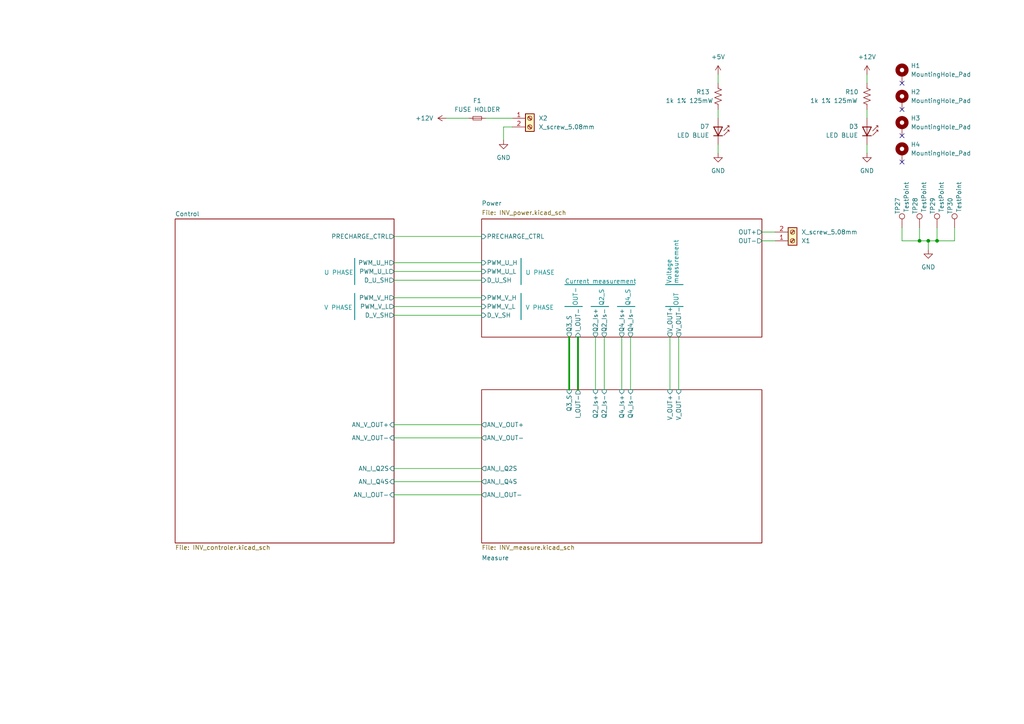
<source format=kicad_sch>
(kicad_sch (version 20230121) (generator eeschema)

  (uuid 614c4278-8ac9-4230-b576-bc8c5f513533)

  (paper "A4")

  (title_block
    (title "SINGLE PHASE INVERTER PROTOTYPE")
    (date "2024-12-20")
    (rev "v1.0")
    (company "rDMA")
    (comment 1 "Designer: Relja Marinkovic")
  )

  (lib_symbols
    (symbol "Mechanical:MountingHole_Pad" (pin_numbers hide) (pin_names (offset 1.016) hide) (in_bom yes) (on_board yes)
      (property "Reference" "H" (at 0 6.35 0)
        (effects (font (size 1.27 1.27)))
      )
      (property "Value" "MountingHole_Pad" (at 0 4.445 0)
        (effects (font (size 1.27 1.27)))
      )
      (property "Footprint" "" (at 0 0 0)
        (effects (font (size 1.27 1.27)) hide)
      )
      (property "Datasheet" "~" (at 0 0 0)
        (effects (font (size 1.27 1.27)) hide)
      )
      (property "ki_keywords" "mounting hole" (at 0 0 0)
        (effects (font (size 1.27 1.27)) hide)
      )
      (property "ki_description" "Mounting Hole with connection" (at 0 0 0)
        (effects (font (size 1.27 1.27)) hide)
      )
      (property "ki_fp_filters" "MountingHole*Pad*" (at 0 0 0)
        (effects (font (size 1.27 1.27)) hide)
      )
      (symbol "MountingHole_Pad_0_1"
        (circle (center 0 1.27) (radius 1.27)
          (stroke (width 1.27) (type default))
          (fill (type none))
        )
      )
      (symbol "MountingHole_Pad_1_1"
        (pin input line (at 0 -2.54 90) (length 2.54)
          (name "1" (effects (font (size 1.27 1.27))))
          (number "1" (effects (font (size 1.27 1.27))))
        )
      )
    )
    (symbol "R_Connectors:Connector_Terminal_Screw_01x02_5.08mm_AK-700BR" (pin_names (offset 1.016) hide) (in_bom yes) (on_board yes)
      (property "Reference" "X" (at 0 2.54 0)
        (effects (font (size 1.27 1.27)))
      )
      (property "Value" "X_screw_5.08mm" (at 0 -5.08 0)
        (effects (font (size 1.27 1.27)))
      )
      (property "Footprint" "TerminalBlock_Phoenix:TerminalBlock_Phoenix_MKDS-1,5-2-5.08_1x02_P5.08mm_Horizontal" (at 0.254 16.256 0)
        (effects (font (size 1.27 1.27)) hide)
      )
      (property "Datasheet" "https://kelco.rs/katalog/images/AK700.pdf" (at 1.27 10.668 0)
        (effects (font (size 1.27 1.27)) hide)
      )
      (property "Manufacturer" "PTR" (at 18.034 22.352 0)
        (effects (font (size 1.27 1.27)) hide)
      )
      (property "Manufacturer Part Number" "AK 700-BR" (at 1.524 17.526 0)
        (effects (font (size 1.27 1.27)) hide)
      )
      (property "Supplier 1" "Kelco" (at -5.334 21.082 0)
        (effects (font (size 1.27 1.27)) hide)
      )
      (property "Supplier 1 Order Number" "13514" (at 2.286 20.574 0)
        (effects (font (size 1.27 1.27)) hide)
      )
      (property "Supplier 1 Link" "https://kelco.rs/katalog/detalji.php?ID=13514" (at -0.508 7.112 0)
        (effects (font (size 1.27 1.27)) hide)
      )
      (property "Supplier 2" "" (at 0 0 0)
        (effects (font (size 1.27 1.27)) hide)
      )
      (property "Supplier 2 Order Number" "" (at 0 0 0)
        (effects (font (size 1.27 1.27)) hide)
      )
      (property "Supplier 2 Link" "" (at 0 0 0)
        (effects (font (size 1.27 1.27)) hide)
      )
      (property "Connector type" "Screw terminal block" (at 0.508 13.462 0)
        (effects (font (size 1.27 1.27)) hide)
      )
      (property "Pinout" "01x02" (at 9.398 20.066 0)
        (effects (font (size 1.27 1.27)) hide)
      )
      (property "Pitch" "5.08mm" (at 8.382 24.13 0)
        (effects (font (size 1.27 1.27)) hide)
      )
      (property "Temperature Range" "n/a" (at 25.146 22.606 0)
        (effects (font (size 1.27 1.27)) hide)
      )
      (property "Screw Torque" "0.5Nm" (at 0.254 23.876 0)
        (effects (font (size 1.27 1.27)) hide)
      )
      (property "ki_keywords" "screw terminal block" (at 0 0 0)
        (effects (font (size 1.27 1.27)) hide)
      )
      (property "ki_description" "Generic screw terminal block, single row, 01x02, 5.08mm" (at 0 0 0)
        (effects (font (size 1.27 1.27)) hide)
      )
      (property "ki_fp_filters" "TerminalBlock*:*" (at 0 0 0)
        (effects (font (size 1.27 1.27)) hide)
      )
      (symbol "Connector_Terminal_Screw_01x02_5.08mm_AK-700BR_1_1"
        (rectangle (start -1.27 1.27) (end 1.27 -3.81)
          (stroke (width 0.254) (type default))
          (fill (type background))
        )
        (circle (center 0 -2.54) (radius 0.635)
          (stroke (width 0.1524) (type default))
          (fill (type none))
        )
        (polyline
          (pts
            (xy -0.5334 -2.2098)
            (xy 0.3302 -3.048)
          )
          (stroke (width 0.1524) (type default))
          (fill (type none))
        )
        (polyline
          (pts
            (xy -0.5334 0.3302)
            (xy 0.3302 -0.508)
          )
          (stroke (width 0.1524) (type default))
          (fill (type none))
        )
        (polyline
          (pts
            (xy -0.3556 -2.032)
            (xy 0.508 -2.8702)
          )
          (stroke (width 0.1524) (type default))
          (fill (type none))
        )
        (polyline
          (pts
            (xy -0.3556 0.508)
            (xy 0.508 -0.3302)
          )
          (stroke (width 0.1524) (type default))
          (fill (type none))
        )
        (circle (center 0 0) (radius 0.635)
          (stroke (width 0.1524) (type default))
          (fill (type none))
        )
        (pin passive line (at -5.08 0 0) (length 3.81)
          (name "Pin_1" (effects (font (size 1.27 1.27))))
          (number "1" (effects (font (size 1.27 1.27))))
        )
        (pin passive line (at -5.08 -2.54 0) (length 3.81)
          (name "Pin_2" (effects (font (size 1.27 1.27))))
          (number "2" (effects (font (size 1.27 1.27))))
        )
      )
    )
    (symbol "R_Misc:Fuse_holder_clip" (pin_numbers hide) (pin_names (offset 0.254) hide) (in_bom yes) (on_board yes)
      (property "Reference" "F" (at -0.508 1.524 0)
        (effects (font (size 1.27 1.27)))
      )
      (property "Value" "FUSE HOLDER" (at 0.508 -2.286 0)
        (effects (font (size 1.27 1.27)))
      )
      (property "Footprint" "Fuse:Fuseholder_Clip-5x20mm_Littelfuse_100_Inline_P20.50x4.60mm_D1.30mm_Horizontal" (at 0 15.24 0)
        (effects (font (size 1.27 1.27)) hide)
      )
      (property "Datasheet" "" (at -2.286 12.446 0)
        (effects (font (size 1.27 1.27)) hide)
      )
      (property "Manufacturer" "" (at 0.762 19.304 0)
        (effects (font (size 1.27 1.27)) hide)
      )
      (property "Manufacturer Part Number" "SHH2" (at 11.684 7.874 0)
        (effects (font (size 1.27 1.27)) hide)
      )
      (property "Supplier 1" "Kelco" (at -13.97 5.588 0)
        (effects (font (size 1.27 1.27)) hide)
      )
      (property "Supplier 1 Part Number" "6968" (at -1.27 5.588 0)
        (effects (font (size 1.27 1.27)) hide)
      )
      (property "Supplier 1 Link" "https://kelco.rs/katalog/detalji.php?ID=6968" (at 16.51 11.43 0)
        (effects (font (size 1.27 1.27)) hide)
      )
      (property "Supplier 2" "" (at 0 0 0)
        (effects (font (size 1.27 1.27)) hide)
      )
      (property "Supplier 2 Part Number" "" (at 0 0 0)
        (effects (font (size 1.27 1.27)) hide)
      )
      (property "Supplier 2 Link" "" (at 0 0 0)
        (effects (font (size 1.27 1.27)) hide)
      )
      (property "Fuse size" "20x5mm" (at -1.016 7.62 0)
        (effects (font (size 1.27 1.27)) hide)
      )
      (property "ki_keywords" "fuse holder" (at 0 0 0)
        (effects (font (size 1.27 1.27)) hide)
      )
      (property "ki_description" "Fuse holder horizontal open" (at 0 0 0)
        (effects (font (size 1.27 1.27)) hide)
      )
      (property "ki_fp_filters" "*Fuse*" (at 0 0 0)
        (effects (font (size 1.27 1.27)) hide)
      )
      (symbol "Fuse_holder_clip_0_1"
        (rectangle (start -1.27 0.508) (end 1.27 -0.508)
          (stroke (width 0) (type default))
          (fill (type none))
        )
        (polyline
          (pts
            (xy -1.27 0)
            (xy 1.27 0)
          )
          (stroke (width 0) (type default))
          (fill (type none))
        )
      )
      (symbol "Fuse_holder_clip_1_1"
        (pin passive line (at -2.54 0 0) (length 1.27)
          (name "~" (effects (font (size 1.27 1.27))))
          (number "1" (effects (font (size 1.27 1.27))))
        )
        (pin passive line (at 2.54 0 180) (length 1.27)
          (name "~" (effects (font (size 1.27 1.27))))
          (number "2" (effects (font (size 1.27 1.27))))
        )
      )
    )
    (symbol "R_Resistors:RES_1k_1%_0805" (pin_numbers hide) (pin_names (offset 0)) (in_bom yes) (on_board yes)
      (property "Reference" "R" (at 3.048 33.528 90)
        (effects (font (size 1.27 1.27)))
      )
      (property "Value" "1k 1% 125mW" (at -2.54 0 90)
        (effects (font (size 1.27 1.27)))
      )
      (property "Footprint" "Resistor_SMD:R_0805_2012Metric_Pad1.20x1.40mm_HandSolder" (at 1.27 18.542 0)
        (effects (font (size 1.27 1.27)) hide)
      )
      (property "Datasheet" "" (at 4.318 21.59 0)
        (effects (font (size 1.27 1.27)) hide)
      )
      (property "Manufacturer" "" (at 12.954 12.954 0)
        (effects (font (size 1.27 1.27)) hide)
      )
      (property "Manufacturer Part Number" "" (at 13.716 5.842 0)
        (effects (font (size 1.27 1.27)) hide)
      )
      (property "Supplier 1" "Kelco" (at 12.7 8.128 0)
        (effects (font (size 1.27 1.27)) hide)
      )
      (property "Supplier 1 Part Number" "10676" (at 13.462 10.414 0)
        (effects (font (size 1.27 1.27)) hide)
      )
      (property "Supplier 1 Link" "https://kelco.rs/katalog/detalji.php?ID=10676" (at 0.508 33.528 0)
        (effects (font (size 1.27 1.27)) hide)
      )
      (property "Supplier 2" "" (at 0.508 33.528 0)
        (effects (font (size 1.27 1.27)) hide)
      )
      (property "Supplier 2 Part Number" "" (at 0.508 33.528 0)
        (effects (font (size 1.27 1.27)) hide)
      )
      (property "Supplier 2 Link" "" (at 0.508 33.528 0)
        (effects (font (size 1.27 1.27)) hide)
      )
      (property "Resistance" "1k" (at 12.446 3.556 0)
        (effects (font (size 1.27 1.27)) hide)
      )
      (property "Tolerance" "1%" (at 12.446 1.778 0)
        (effects (font (size 1.27 1.27)) hide)
      )
      (property "Package" "0805" (at 12.446 -0.508 0)
        (effects (font (size 1.27 1.27)) hide)
      )
      (property "Operating Temperature" "-55°C ~ 155°C" (at -1.016 16.256 0)
        (effects (font (size 1.27 1.27)) hide)
      )
      (property "Power Rating" "125mW" (at 12.192 -2.54 0)
        (effects (font (size 1.27 1.27)) hide)
      )
      (property "ki_keywords" "R res resistor 1k 0805" (at 0 0 0)
        (effects (font (size 1.27 1.27)) hide)
      )
      (property "ki_description" "Resistor 1k Ohm 1% 125mW 0805" (at 0 0 0)
        (effects (font (size 1.27 1.27)) hide)
      )
      (property "ki_fp_filters" "R_*" (at 0 0 0)
        (effects (font (size 1.27 1.27)) hide)
      )
      (symbol "RES_1k_1%_0805_0_1"
        (polyline
          (pts
            (xy 0 -2.286)
            (xy 0 -2.54)
          )
          (stroke (width 0) (type default))
          (fill (type none))
        )
        (polyline
          (pts
            (xy 0 2.286)
            (xy 0 2.54)
          )
          (stroke (width 0) (type default))
          (fill (type none))
        )
        (polyline
          (pts
            (xy 0 -0.762)
            (xy 1.016 -1.143)
            (xy 0 -1.524)
            (xy -1.016 -1.905)
            (xy 0 -2.286)
          )
          (stroke (width 0) (type default))
          (fill (type none))
        )
        (polyline
          (pts
            (xy 0 0.762)
            (xy 1.016 0.381)
            (xy 0 0)
            (xy -1.016 -0.381)
            (xy 0 -0.762)
          )
          (stroke (width 0) (type default))
          (fill (type none))
        )
        (polyline
          (pts
            (xy 0 2.286)
            (xy 1.016 1.905)
            (xy 0 1.524)
            (xy -1.016 1.143)
            (xy 0 0.762)
          )
          (stroke (width 0) (type default))
          (fill (type none))
        )
      )
      (symbol "RES_1k_1%_0805_1_1"
        (pin passive line (at 0 3.81 270) (length 1.27)
          (name "~" (effects (font (size 1.27 1.27))))
          (number "1" (effects (font (size 1.27 1.27))))
        )
        (pin passive line (at 0 -3.81 90) (length 1.27)
          (name "~" (effects (font (size 1.27 1.27))))
          (number "2" (effects (font (size 1.27 1.27))))
        )
      )
    )
    (symbol "R_Semiconductors:LED BLUE 0805" (pin_numbers hide) (pin_names (offset 1.016) hide) (in_bom yes) (on_board yes)
      (property "Reference" "D" (at 0.508 1.778 0)
        (effects (font (size 1.27 1.27)) (justify left))
      )
      (property "Value" "LED BLUE" (at -1.016 -2.794 0)
        (effects (font (size 1.27 1.27)))
      )
      (property "Footprint" "LED_SMD:LED_0805_2012Metric_Pad1.15x1.40mm_HandSolder" (at 1.524 11.176 0)
        (effects (font (size 1.27 1.27)) hide)
      )
      (property "Datasheet" "" (at -3.81 16.256 0)
        (effects (font (size 1.27 1.27)) hide)
      )
      (property "Manufacturer" "" (at -0.508 25.146 0)
        (effects (font (size 1.27 1.27)) hide)
      )
      (property "Manufacturer Part Number" "" (at -1.524 21.082 0)
        (effects (font (size 1.27 1.27)) hide)
      )
      (property "Supplier 1" "Kelco" (at 6.096 34.29 0)
        (effects (font (size 1.27 1.27)) hide)
      )
      (property "Supplier 1 Part Number" "17597" (at -2.032 28.448 0)
        (effects (font (size 1.27 1.27)) hide)
      )
      (property "Supplier 1 Link" "https://kelco.rs/katalog/detalji.php?ID=17597" (at 1.27 7.62 0)
        (effects (font (size 1.27 1.27)) hide)
      )
      (property "Supplier 2" "" (at 0 0 0)
        (effects (font (size 1.27 1.27)) hide)
      )
      (property "Supplier 2 Part Number" "" (at 0 0 0)
        (effects (font (size 1.27 1.27)) hide)
      )
      (property "Supplier 2 Link" "" (at 0 0 0)
        (effects (font (size 1.27 1.27)) hide)
      )
      (property "Forward Voltage" "2.8V" (at 19.558 20.828 0)
        (effects (font (size 1.27 1.27)) hide)
      )
      (property "Forward Current" "20mA" (at -1.778 30.988 0)
        (effects (font (size 1.27 1.27)) hide)
      )
      (property "Color" "Green" (at 23.114 24.638 0)
        (effects (font (size 1.27 1.27)) hide)
      )
      (property "Brightness" "40mcd" (at 17.526 35.56 0)
        (effects (font (size 1.27 1.27)) hide)
      )
      (property "Viewing Angle" "120°" (at -14.986 22.86 0)
        (effects (font (size 1.27 1.27)) hide)
      )
      (property "Wavelength" "465nm" (at 13.208 23.876 0)
        (effects (font (size 1.27 1.27)) hide)
      )
      (property "Operating Temperature" "-40°C ~ 85°C" (at 5.588 18.542 0)
        (effects (font (size 1.27 1.27)) hide)
      )
      (property "Package" "0805" (at 14.478 28.448 0)
        (effects (font (size 1.27 1.27)) hide)
      )
      (property "ki_keywords" "led green" (at 0 0 0)
        (effects (font (size 1.27 1.27)) hide)
      )
      (property "ki_description" "LED Green 465nm 20mA 2.8V 0805" (at 0 0 0)
        (effects (font (size 1.27 1.27)) hide)
      )
      (property "ki_fp_filters" "LED*5.0mm*IRGrey*" (at 0 0 0)
        (effects (font (size 1.27 1.27)) hide)
      )
      (symbol "LED BLUE 0805_0_1"
        (polyline
          (pts
            (xy -2.54 1.27)
            (xy -2.54 -1.27)
          )
          (stroke (width 0.254) (type default))
          (fill (type none))
        )
        (polyline
          (pts
            (xy 0 0)
            (xy -2.54 0)
          )
          (stroke (width 0) (type default))
          (fill (type none))
        )
        (polyline
          (pts
            (xy 0.381 3.175)
            (xy -0.127 3.175)
          )
          (stroke (width 0) (type default))
          (fill (type none))
        )
        (polyline
          (pts
            (xy -1.143 1.651)
            (xy 0.381 3.175)
            (xy 0.381 2.667)
          )
          (stroke (width 0) (type default))
          (fill (type none))
        )
        (polyline
          (pts
            (xy 0 -1.27)
            (xy -2.54 0)
            (xy 0 1.27)
            (xy 0 -1.27)
          )
          (stroke (width 0.254) (type default))
          (fill (type none))
        )
        (polyline
          (pts
            (xy -2.413 1.651)
            (xy -0.889 3.175)
            (xy -0.889 2.667)
            (xy -0.889 3.175)
            (xy -1.397 3.175)
          )
          (stroke (width 0) (type default))
          (fill (type none))
        )
      )
      (symbol "LED BLUE 0805_1_1"
        (pin passive line (at -5.08 0 0) (length 2.54)
          (name "K" (effects (font (size 1.27 1.27))))
          (number "1" (effects (font (size 1.27 1.27))))
        )
        (pin passive line (at 2.54 0 180) (length 2.54)
          (name "A" (effects (font (size 1.27 1.27))))
          (number "2" (effects (font (size 1.27 1.27))))
        )
      )
    )
    (symbol "TestPoint_3" (pin_numbers hide) (pin_names (offset 0.762) hide) (in_bom yes) (on_board yes)
      (property "Reference" "TP" (at 0 6.858 0)
        (effects (font (size 1.27 1.27)))
      )
      (property "Value" "TestPoint" (at 0 5.08 0)
        (effects (font (size 1.27 1.27)))
      )
      (property "Footprint" "TestPoint:TestPoint_THTPad_1.0x1.0mm_Drill0.5mm" (at 5.08 0 0)
        (effects (font (size 1.27 1.27)) hide)
      )
      (property "Datasheet" "~" (at 5.08 0 0)
        (effects (font (size 1.27 1.27)) hide)
      )
      (property "ki_keywords" "test point tp" (at 0 0 0)
        (effects (font (size 1.27 1.27)) hide)
      )
      (property "ki_description" "test point" (at 0 0 0)
        (effects (font (size 1.27 1.27)) hide)
      )
      (property "ki_fp_filters" "Pin* Test*" (at 0 0 0)
        (effects (font (size 1.27 1.27)) hide)
      )
      (symbol "TestPoint_3_0_1"
        (circle (center 0 3.302) (radius 0.762)
          (stroke (width 0) (type default))
          (fill (type none))
        )
      )
      (symbol "TestPoint_3_1_1"
        (pin passive line (at 0 0 90) (length 2.54)
          (name "1" (effects (font (size 1.27 1.27))))
          (number "1" (effects (font (size 1.27 1.27))))
        )
      )
    )
    (symbol "power:+12V" (power) (pin_names (offset 0)) (in_bom yes) (on_board yes)
      (property "Reference" "#PWR" (at 0 -3.81 0)
        (effects (font (size 1.27 1.27)) hide)
      )
      (property "Value" "+12V" (at 0 3.556 0)
        (effects (font (size 1.27 1.27)))
      )
      (property "Footprint" "" (at 0 0 0)
        (effects (font (size 1.27 1.27)) hide)
      )
      (property "Datasheet" "" (at 0 0 0)
        (effects (font (size 1.27 1.27)) hide)
      )
      (property "ki_keywords" "global power" (at 0 0 0)
        (effects (font (size 1.27 1.27)) hide)
      )
      (property "ki_description" "Power symbol creates a global label with name \"+12V\"" (at 0 0 0)
        (effects (font (size 1.27 1.27)) hide)
      )
      (symbol "+12V_0_1"
        (polyline
          (pts
            (xy -0.762 1.27)
            (xy 0 2.54)
          )
          (stroke (width 0) (type default))
          (fill (type none))
        )
        (polyline
          (pts
            (xy 0 0)
            (xy 0 2.54)
          )
          (stroke (width 0) (type default))
          (fill (type none))
        )
        (polyline
          (pts
            (xy 0 2.54)
            (xy 0.762 1.27)
          )
          (stroke (width 0) (type default))
          (fill (type none))
        )
      )
      (symbol "+12V_1_1"
        (pin power_in line (at 0 0 90) (length 0) hide
          (name "+12V" (effects (font (size 1.27 1.27))))
          (number "1" (effects (font (size 1.27 1.27))))
        )
      )
    )
    (symbol "power:+5V" (power) (pin_names (offset 0)) (in_bom yes) (on_board yes)
      (property "Reference" "#PWR" (at 0 -3.81 0)
        (effects (font (size 1.27 1.27)) hide)
      )
      (property "Value" "+5V" (at 0 3.556 0)
        (effects (font (size 1.27 1.27)))
      )
      (property "Footprint" "" (at 0 0 0)
        (effects (font (size 1.27 1.27)) hide)
      )
      (property "Datasheet" "" (at 0 0 0)
        (effects (font (size 1.27 1.27)) hide)
      )
      (property "ki_keywords" "global power" (at 0 0 0)
        (effects (font (size 1.27 1.27)) hide)
      )
      (property "ki_description" "Power symbol creates a global label with name \"+5V\"" (at 0 0 0)
        (effects (font (size 1.27 1.27)) hide)
      )
      (symbol "+5V_0_1"
        (polyline
          (pts
            (xy -0.762 1.27)
            (xy 0 2.54)
          )
          (stroke (width 0) (type default))
          (fill (type none))
        )
        (polyline
          (pts
            (xy 0 0)
            (xy 0 2.54)
          )
          (stroke (width 0) (type default))
          (fill (type none))
        )
        (polyline
          (pts
            (xy 0 2.54)
            (xy 0.762 1.27)
          )
          (stroke (width 0) (type default))
          (fill (type none))
        )
      )
      (symbol "+5V_1_1"
        (pin power_in line (at 0 0 90) (length 0) hide
          (name "+5V" (effects (font (size 1.27 1.27))))
          (number "1" (effects (font (size 1.27 1.27))))
        )
      )
    )
    (symbol "power:GND" (power) (pin_names (offset 0)) (in_bom yes) (on_board yes)
      (property "Reference" "#PWR" (at 0 -6.35 0)
        (effects (font (size 1.27 1.27)) hide)
      )
      (property "Value" "GND" (at 0 -3.81 0)
        (effects (font (size 1.27 1.27)))
      )
      (property "Footprint" "" (at 0 0 0)
        (effects (font (size 1.27 1.27)) hide)
      )
      (property "Datasheet" "" (at 0 0 0)
        (effects (font (size 1.27 1.27)) hide)
      )
      (property "ki_keywords" "global power" (at 0 0 0)
        (effects (font (size 1.27 1.27)) hide)
      )
      (property "ki_description" "Power symbol creates a global label with name \"GND\" , ground" (at 0 0 0)
        (effects (font (size 1.27 1.27)) hide)
      )
      (symbol "GND_0_1"
        (polyline
          (pts
            (xy 0 0)
            (xy 0 -1.27)
            (xy 1.27 -1.27)
            (xy 0 -2.54)
            (xy -1.27 -1.27)
            (xy 0 -1.27)
          )
          (stroke (width 0) (type default))
          (fill (type none))
        )
      )
      (symbol "GND_1_1"
        (pin power_in line (at 0 0 270) (length 0) hide
          (name "GND" (effects (font (size 1.27 1.27))))
          (number "1" (effects (font (size 1.27 1.27))))
        )
      )
    )
  )

  (junction (at 266.7 69.85) (diameter 0) (color 0 0 0 0)
    (uuid 50e170d2-2082-4bcd-adf4-d9fa38c5bfec)
  )
  (junction (at 269.24 69.85) (diameter 0) (color 0 0 0 0)
    (uuid 55fc0ac2-4109-4c22-ab95-541cece875c3)
  )
  (junction (at 271.78 69.85) (diameter 0) (color 0 0 0 0)
    (uuid b159e8f2-a0cb-4284-9109-988d959cec4f)
  )

  (no_connect (at 261.62 24.13) (uuid 06bad96e-12be-46a9-8c0a-98a20b670ef8))
  (no_connect (at 261.62 39.37) (uuid 0be521c1-f448-44a1-9b04-84b288d713b6))
  (no_connect (at 261.62 46.99) (uuid 34f2490b-0168-4606-93f3-0b39a36f3be7))
  (no_connect (at 261.62 31.75) (uuid 6a3c4f75-e69d-40e1-8ab2-19e698571947))

  (wire (pts (xy 172.72 97.79) (xy 172.72 113.03))
    (stroke (width 0) (type default))
    (uuid 06862cc2-40c9-4d9c-bad2-84f4e09a6209)
  )
  (wire (pts (xy 251.46 41.91) (xy 251.46 44.45))
    (stroke (width 0) (type default))
    (uuid 0ab6a791-e8de-41e1-a21f-169df790220e)
  )
  (wire (pts (xy 220.98 67.31) (xy 224.79 67.31))
    (stroke (width 0) (type default))
    (uuid 1734de72-5b1f-4de7-ad3d-78b217a76403)
  )
  (wire (pts (xy 148.59 36.83) (xy 146.05 36.83))
    (stroke (width 0) (type default))
    (uuid 1ea9ce8a-0b5d-486a-970f-4a96c90aa7e8)
  )
  (wire (pts (xy 266.7 66.04) (xy 266.7 69.85))
    (stroke (width 0) (type default))
    (uuid 23884bcf-f2c2-4670-8792-42b580319b6d)
  )
  (polyline (pts (xy 102.87 85.09) (xy 102.87 92.71))
    (stroke (width 0.254) (type default) (color 0 132 132 1))
    (uuid 28a03025-bd7d-4a0a-9d8b-328072eae27a)
  )

  (wire (pts (xy 114.3 68.58) (xy 139.7 68.58))
    (stroke (width 0) (type default))
    (uuid 2cbfdcad-a028-46f0-bf3c-f9b9b7e24913)
  )
  (wire (pts (xy 129.54 34.29) (xy 135.89 34.29))
    (stroke (width 0) (type default))
    (uuid 2fa296bd-f81b-4200-afe0-1e70b8741685)
  )
  (wire (pts (xy 114.3 81.28) (xy 139.7 81.28))
    (stroke (width 0) (type default))
    (uuid 359279ed-cee3-4b93-98a9-d537660404de)
  )
  (wire (pts (xy 114.3 78.74) (xy 139.7 78.74))
    (stroke (width 0) (type default))
    (uuid 3829c171-2102-4b46-aa4a-e9a29d77d066)
  )
  (wire (pts (xy 114.3 91.44) (xy 139.7 91.44))
    (stroke (width 0) (type default))
    (uuid 392eedd4-b099-460f-8c82-b2eb85a7ccba)
  )
  (polyline (pts (xy 163.83 88.9) (xy 168.91 88.9))
    (stroke (width 0.254) (type default) (color 0 132 132 1))
    (uuid 3d842065-9dbf-43c1-b3f6-7e49690615b0)
  )

  (wire (pts (xy 196.85 97.79) (xy 196.85 113.03))
    (stroke (width 0) (type default))
    (uuid 3dfaec1c-e331-44f6-8413-318387018f3b)
  )
  (wire (pts (xy 140.97 34.29) (xy 148.59 34.29))
    (stroke (width 0) (type default))
    (uuid 4535483c-9c76-4a59-b188-6c98578b9cac)
  )
  (wire (pts (xy 114.3 88.9) (xy 139.7 88.9))
    (stroke (width 0) (type default))
    (uuid 4b475112-dffc-49e3-8681-dbec6cb550a0)
  )
  (wire (pts (xy 114.3 76.2) (xy 139.7 76.2))
    (stroke (width 0) (type default))
    (uuid 4d5727cc-5d59-4a35-8313-ba7c0ccd6d73)
  )
  (wire (pts (xy 114.3 123.19) (xy 139.7 123.19))
    (stroke (width 0) (type default))
    (uuid 4fde8207-7a90-42bb-bbd9-ac27fb347b36)
  )
  (wire (pts (xy 208.28 21.59) (xy 208.28 24.13))
    (stroke (width 0) (type default))
    (uuid 5279a3dd-268f-4658-a3f8-bbea33c5614a)
  )
  (wire (pts (xy 165.1 97.79) (xy 165.1 113.03))
    (stroke (width 0.5) (type default))
    (uuid 5443b901-a226-4c1c-a052-6b7156d65f2b)
  )
  (wire (pts (xy 251.46 21.59) (xy 251.46 24.13))
    (stroke (width 0) (type default))
    (uuid 631b0bc3-f0c7-4761-9274-383be9c497e2)
  )
  (wire (pts (xy 271.78 69.85) (xy 276.86 69.85))
    (stroke (width 0) (type default))
    (uuid 64259af7-e973-453a-9655-2e6222fdc592)
  )
  (polyline (pts (xy 193.04 88.9) (xy 198.12 88.9))
    (stroke (width 0.254) (type default) (color 0 132 132 1))
    (uuid 67bf3d93-b159-4e13-9c95-95433227b0c7)
  )

  (wire (pts (xy 208.28 31.75) (xy 208.28 34.29))
    (stroke (width 0) (type default))
    (uuid 68a20dba-6648-40e9-836e-78b6cf2b231c)
  )
  (wire (pts (xy 269.24 69.85) (xy 271.78 69.85))
    (stroke (width 0) (type default))
    (uuid 6b43a6b5-0dc3-4918-bf0d-c97f1db8aba6)
  )
  (wire (pts (xy 180.34 97.79) (xy 180.34 113.03))
    (stroke (width 0) (type default))
    (uuid 7069a2fc-f5da-4c04-b9f5-15095c0c2e7b)
  )
  (wire (pts (xy 208.28 41.91) (xy 208.28 44.45))
    (stroke (width 0) (type default))
    (uuid 71977931-b787-4023-a0b9-ba01b0bcb7a2)
  )
  (polyline (pts (xy 163.83 82.55) (xy 184.15 82.55))
    (stroke (width 0.254) (type default) (color 0 132 132 1))
    (uuid 7348acd5-69d0-46a1-be76-687fd28be1dd)
  )

  (wire (pts (xy 261.62 69.85) (xy 266.7 69.85))
    (stroke (width 0) (type default))
    (uuid 8b9398a9-da6b-482c-89e5-e8ac92da0c19)
  )
  (polyline (pts (xy 171.45 88.9) (xy 176.53 88.9))
    (stroke (width 0.254) (type default) (color 0 132 132 1))
    (uuid 8d457871-5431-4223-b33e-9746188504be)
  )

  (wire (pts (xy 114.3 127) (xy 139.7 127))
    (stroke (width 0) (type default))
    (uuid 8e4ee163-c290-4f39-a3aa-d15428ecc798)
  )
  (wire (pts (xy 251.46 31.75) (xy 251.46 34.29))
    (stroke (width 0) (type default))
    (uuid 914c3e62-63af-4d09-b972-4b9c22f8356c)
  )
  (wire (pts (xy 194.31 97.79) (xy 194.31 113.03))
    (stroke (width 0) (type default))
    (uuid 98bacf3d-3a14-4366-843e-219895c6674a)
  )
  (wire (pts (xy 114.3 86.36) (xy 139.7 86.36))
    (stroke (width 0) (type default))
    (uuid 9a3f56ce-a4c0-43de-8fe1-d16a3df0db7c)
  )
  (wire (pts (xy 114.3 135.89) (xy 139.7 135.89))
    (stroke (width 0) (type default))
    (uuid 9e02bbdf-dbfb-4b54-a1b1-ca8f7c15d30f)
  )
  (wire (pts (xy 167.64 97.79) (xy 167.64 113.03))
    (stroke (width 0.5) (type default))
    (uuid a16f13c7-0184-41bc-87f1-4e258d5e9be2)
  )
  (wire (pts (xy 175.26 97.79) (xy 175.26 113.03))
    (stroke (width 0) (type default))
    (uuid a5a85c6f-5e81-47a6-a2ad-fa949dc52003)
  )
  (wire (pts (xy 220.98 69.85) (xy 224.79 69.85))
    (stroke (width 0) (type default))
    (uuid a7e9bcab-af60-4135-b2ae-53c0596b7fd2)
  )
  (wire (pts (xy 146.05 36.83) (xy 146.05 40.64))
    (stroke (width 0) (type default))
    (uuid a8ace44a-d6e7-4b2a-b2dc-70a66be8aad9)
  )
  (polyline (pts (xy 179.07 88.9) (xy 184.15 88.9))
    (stroke (width 0.254) (type default) (color 0 132 132 1))
    (uuid ad9c9988-715a-4dc4-9b4f-af5662eeee87)
  )

  (wire (pts (xy 269.24 69.85) (xy 269.24 72.39))
    (stroke (width 0) (type default))
    (uuid b9cff824-cc18-4902-b7e1-f5ec5efdb13b)
  )
  (wire (pts (xy 276.86 69.85) (xy 276.86 66.04))
    (stroke (width 0) (type default))
    (uuid ba2e0c34-acf1-4fd7-a615-1bea1ef903f9)
  )
  (wire (pts (xy 182.88 97.79) (xy 182.88 113.03))
    (stroke (width 0) (type default))
    (uuid d04bf5a4-6083-4b79-83f7-e9480d224a2c)
  )
  (wire (pts (xy 266.7 69.85) (xy 269.24 69.85))
    (stroke (width 0) (type default))
    (uuid d321e9b5-6b7b-46be-971a-19fc6fd17a92)
  )
  (wire (pts (xy 114.3 143.51) (xy 139.7 143.51))
    (stroke (width 0) (type default))
    (uuid d9a747db-7461-4e89-a44e-104cb3e114ca)
  )
  (wire (pts (xy 271.78 66.04) (xy 271.78 69.85))
    (stroke (width 0) (type default))
    (uuid da2d66a5-d2ae-4f89-a41d-5f7cfb8bc892)
  )
  (polyline (pts (xy 102.87 74.93) (xy 102.87 82.55))
    (stroke (width 0.254) (type default) (color 0 132 132 1))
    (uuid dc399402-c32e-4435-9d34-af560252474b)
  )
  (polyline (pts (xy 193.04 82.55) (xy 198.12 82.55))
    (stroke (width 0.254) (type default) (color 0 132 132 1))
    (uuid ed1075d3-1600-479f-b869-d21ba57a684e)
  )

  (wire (pts (xy 261.62 66.04) (xy 261.62 69.85))
    (stroke (width 0) (type default))
    (uuid f67eb034-2815-4f04-8990-1d3279e0fee4)
  )
  (wire (pts (xy 114.3 139.7) (xy 139.7 139.7))
    (stroke (width 0) (type default))
    (uuid f8f460a1-b5fc-4224-ab1c-cd2a3aa9849f)
  )
  (polyline (pts (xy 151.13 74.93) (xy 151.13 82.55))
    (stroke (width 0.254) (type default) (color 0 132 132 1))
    (uuid fdc278ce-2731-4f2a-bf11-ccb2d838e4d5)
  )
  (polyline (pts (xy 151.13 85.09) (xy 151.13 92.71))
    (stroke (width 0.254) (type default) (color 0 132 132 1))
    (uuid ffd518b4-6ba9-417b-b9e8-42c3d4256822)
  )

  (text "V PHASE" (at 93.98 90.17 0)
    (effects (font (size 1.27 1.27) (color 0 132 132 1)) (justify left bottom))
    (uuid 1efed052-f6ea-431d-b98e-f23c0d3cdc22)
  )
  (text "Current measurement" (at 163.83 82.55 0)
    (effects (font (size 1.27 1.27) (color 0 132 132 1)) (justify left bottom))
    (uuid 283ce965-be50-453d-a76b-e97633ae7fc1)
  )
  (text "U PHASE" (at 93.98 80.01 0)
    (effects (font (size 1.27 1.27) (color 0 132 132 1)) (justify left bottom))
    (uuid 492578ee-e68a-48f9-90d5-36c06501da64)
  )
  (text "OUT" (at 196.85 88.9 90)
    (effects (font (size 1.27 1.27) (color 0 132 132 1)) (justify left bottom))
    (uuid 5ec74ed8-3d8c-4d5c-a8c7-04fdd610f7fd)
  )
  (text "Voltage\nmeasurement" (at 196.85 82.55 90)
    (effects (font (size 1.27 1.27) (color 0 132 132 1)) (justify left bottom))
    (uuid 6407e845-3b39-4199-97df-ed853af75141)
  )
  (text "OUT-" (at 167.64 88.9 90)
    (effects (font (size 1.27 1.27) (color 0 132 132 1)) (justify left bottom))
    (uuid ce519ee3-0582-4997-bc48-d532cf4d3021)
  )
  (text "V PHASE" (at 152.4 90.17 0)
    (effects (font (size 1.27 1.27) (color 0 132 132 1)) (justify left bottom))
    (uuid ceff535b-7c2d-4916-9bb0-12d2d40c6803)
  )
  (text "Q4_S" (at 182.88 88.9 90)
    (effects (font (size 1.27 1.27) (color 0 132 132 1)) (justify left bottom))
    (uuid de48eda0-8209-4be9-811b-708e3c2610dc)
  )
  (text "Q2_S" (at 175.26 88.9 90)
    (effects (font (size 1.27 1.27) (color 0 132 132 1)) (justify left bottom))
    (uuid e0f79cbc-c151-4928-ad82-d326a8e52d9a)
  )
  (text "U PHASE" (at 152.4 80.01 0)
    (effects (font (size 1.27 1.27) (color 0 132 132 1)) (justify left bottom))
    (uuid f0cb6f8d-39d5-45c8-8005-366a8714bb64)
  )

  (symbol (lib_id "power:GND") (at 208.28 44.45 0) (unit 1)
    (in_bom yes) (on_board yes) (dnp no) (fields_autoplaced)
    (uuid 04e8e378-fca7-4262-994e-c9eb7d234da4)
    (property "Reference" "#PWR056" (at 208.28 50.8 0)
      (effects (font (size 1.27 1.27)) hide)
    )
    (property "Value" "GND" (at 208.28 49.53 0)
      (effects (font (size 1.27 1.27)))
    )
    (property "Footprint" "" (at 208.28 44.45 0)
      (effects (font (size 1.27 1.27)) hide)
    )
    (property "Datasheet" "" (at 208.28 44.45 0)
      (effects (font (size 1.27 1.27)) hide)
    )
    (pin "1" (uuid 18efd0b6-7e3f-4d1f-b805-a2ed19212ef4))
    (instances
      (project "Inv_v1"
        (path "/614c4278-8ac9-4230-b576-bc8c5f513533"
          (reference "#PWR056") (unit 1)
        )
        (path "/614c4278-8ac9-4230-b576-bc8c5f513533/f9275edc-85bc-40d1-9cbe-1651ba1ad1f8"
          (reference "#PWR035") (unit 1)
        )
      )
    )
  )

  (symbol (lib_id "R_Resistors:RES_1k_1%_0805") (at 208.28 27.94 180) (unit 1)
    (in_bom yes) (on_board yes) (dnp no)
    (uuid 0581c83a-8329-4a8e-9e90-a954a301e2eb)
    (property "Reference" "R6" (at 201.93 26.67 0)
      (effects (font (size 1.27 1.27)) (justify right))
    )
    (property "Value" "1k 1% 125mW" (at 193.04 29.21 0)
      (effects (font (size 1.27 1.27)) (justify right))
    )
    (property "Footprint" "Resistor_SMD:R_0805_2012Metric_Pad1.20x1.40mm_HandSolder" (at 207.01 46.482 0)
      (effects (font (size 1.27 1.27)) hide)
    )
    (property "Datasheet" "" (at 203.962 49.53 0)
      (effects (font (size 1.27 1.27)) hide)
    )
    (property "Manufacturer" "" (at 195.326 40.894 0)
      (effects (font (size 1.27 1.27)) hide)
    )
    (property "Manufacturer Part Number" "" (at 194.564 33.782 0)
      (effects (font (size 1.27 1.27)) hide)
    )
    (property "Supplier 1" "Kelco" (at 195.58 36.068 0)
      (effects (font (size 1.27 1.27)) hide)
    )
    (property "Supplier 1 Part Number" "10676" (at 194.818 38.354 0)
      (effects (font (size 1.27 1.27)) hide)
    )
    (property "Supplier 1 Link" "https://kelco.rs/katalog/detalji.php?ID=10676" (at 207.772 61.468 0)
      (effects (font (size 1.27 1.27)) hide)
    )
    (property "Supplier 2" "" (at 207.772 61.468 0)
      (effects (font (size 1.27 1.27)) hide)
    )
    (property "Supplier 2 Part Number" "" (at 207.772 61.468 0)
      (effects (font (size 1.27 1.27)) hide)
    )
    (property "Supplier 2 Link" "" (at 207.772 61.468 0)
      (effects (font (size 1.27 1.27)) hide)
    )
    (property "Resistance" "1k" (at 195.834 31.496 0)
      (effects (font (size 1.27 1.27)) hide)
    )
    (property "Tolerance" "1%" (at 195.834 29.718 0)
      (effects (font (size 1.27 1.27)) hide)
    )
    (property "Package" "0805" (at 195.834 27.432 0)
      (effects (font (size 1.27 1.27)) hide)
    )
    (property "Operating Temperature" "-55°C ~ 155°C" (at 209.296 44.196 0)
      (effects (font (size 1.27 1.27)) hide)
    )
    (property "Power Rating" "125mW" (at 196.088 25.4 0)
      (effects (font (size 1.27 1.27)) hide)
    )
    (pin "1" (uuid e434b1e2-afcb-4415-8795-9857f5a4461a))
    (pin "2" (uuid 0d1139e7-7065-4f77-be50-dd3a19352294))
    (instances
      (project "Inv_v1"
        (path "/614c4278-8ac9-4230-b576-bc8c5f513533/bfa73e54-11ec-4a69-b899-0416cd398c68"
          (reference "R6") (unit 1)
        )
        (path "/614c4278-8ac9-4230-b576-bc8c5f513533/f9275edc-85bc-40d1-9cbe-1651ba1ad1f8"
          (reference "R13") (unit 1)
        )
        (path "/614c4278-8ac9-4230-b576-bc8c5f513533"
          (reference "R13") (unit 1)
        )
      )
    )
  )

  (symbol (lib_id "R_Misc:Fuse_holder_clip") (at 138.43 34.29 0) (unit 1)
    (in_bom yes) (on_board yes) (dnp no) (fields_autoplaced)
    (uuid 09c9beea-5adc-43d0-aaf5-4eac4108cf1f)
    (property "Reference" "F1" (at 138.43 29.21 0)
      (effects (font (size 1.27 1.27)))
    )
    (property "Value" "FUSE HOLDER" (at 138.43 31.75 0)
      (effects (font (size 1.27 1.27)))
    )
    (property "Footprint" "Fuse:Fuseholder_Clip-5x20mm_Littelfuse_100_Inline_P20.50x4.60mm_D1.30mm_Horizontal" (at 138.43 19.05 0)
      (effects (font (size 1.27 1.27)) hide)
    )
    (property "Datasheet" "" (at 136.144 21.844 0)
      (effects (font (size 1.27 1.27)) hide)
    )
    (property "Manufacturer" "" (at 139.192 14.986 0)
      (effects (font (size 1.27 1.27)) hide)
    )
    (property "Manufacturer Part Number" "SHH2" (at 150.114 26.416 0)
      (effects (font (size 1.27 1.27)) hide)
    )
    (property "Supplier 1" "Kelco" (at 124.46 28.702 0)
      (effects (font (size 1.27 1.27)) hide)
    )
    (property "Supplier 1 Part Number" "6968" (at 137.16 28.702 0)
      (effects (font (size 1.27 1.27)) hide)
    )
    (property "Supplier 1 Link" "https://kelco.rs/katalog/detalji.php?ID=6968" (at 154.94 22.86 0)
      (effects (font (size 1.27 1.27)) hide)
    )
    (property "Supplier 2" "" (at 138.43 34.29 0)
      (effects (font (size 1.27 1.27)) hide)
    )
    (property "Supplier 2 Part Number" "" (at 138.43 34.29 0)
      (effects (font (size 1.27 1.27)) hide)
    )
    (property "Supplier 2 Link" "" (at 138.43 34.29 0)
      (effects (font (size 1.27 1.27)) hide)
    )
    (property "Fuse size" "20x5mm" (at 137.414 26.67 0)
      (effects (font (size 1.27 1.27)) hide)
    )
    (pin "2" (uuid 3df50fc3-19d7-4eb8-b546-e5bb50a73c86))
    (pin "1" (uuid 04b1151d-8bbd-4050-88db-5c2f592168af))
    (instances
      (project "Inv_v1"
        (path "/614c4278-8ac9-4230-b576-bc8c5f513533"
          (reference "F1") (unit 1)
        )
      )
    )
  )

  (symbol (lib_id "Mechanical:MountingHole_Pad") (at 261.62 44.45 0) (unit 1)
    (in_bom yes) (on_board yes) (dnp no) (fields_autoplaced)
    (uuid 0cea90ea-e1e8-4d51-b3bf-872b8d6903b2)
    (property "Reference" "H4" (at 264.16 41.91 0)
      (effects (font (size 1.27 1.27)) (justify left))
    )
    (property "Value" "MountingHole_Pad" (at 264.16 44.45 0)
      (effects (font (size 1.27 1.27)) (justify left))
    )
    (property "Footprint" "MountingHole:MountingHole_3.2mm_M3_Pad" (at 261.62 44.45 0)
      (effects (font (size 1.27 1.27)) hide)
    )
    (property "Datasheet" "~" (at 261.62 44.45 0)
      (effects (font (size 1.27 1.27)) hide)
    )
    (pin "1" (uuid bffdf9e5-8c6b-4bd0-8c2c-91b4f3f80890))
    (instances
      (project "Inv_v1"
        (path "/614c4278-8ac9-4230-b576-bc8c5f513533"
          (reference "H4") (unit 1)
        )
      )
    )
  )

  (symbol (lib_id "R_Connectors:Connector_Terminal_Screw_01x02_5.08mm_AK-700BR") (at 153.67 34.29 0) (unit 1)
    (in_bom yes) (on_board yes) (dnp no)
    (uuid 10ee6d0b-5d3f-44ea-9e32-d95a87937ab8)
    (property "Reference" "X2" (at 156.21 34.29 0)
      (effects (font (size 1.27 1.27)) (justify left))
    )
    (property "Value" "X_screw_5.08mm" (at 156.21 36.83 0)
      (effects (font (size 1.27 1.27)) (justify left))
    )
    (property "Footprint" "TerminalBlock_Phoenix:TerminalBlock_Phoenix_MKDS-1,5-2-5.08_1x02_P5.08mm_Horizontal" (at 153.924 18.034 0)
      (effects (font (size 1.27 1.27)) hide)
    )
    (property "Datasheet" "https://kelco.rs/katalog/images/AK700.pdf" (at 154.94 23.622 0)
      (effects (font (size 1.27 1.27)) hide)
    )
    (property "Manufacturer" "PTR" (at 171.704 11.938 0)
      (effects (font (size 1.27 1.27)) hide)
    )
    (property "Manufacturer Part Number" "AK 700-BR" (at 155.194 16.764 0)
      (effects (font (size 1.27 1.27)) hide)
    )
    (property "Supplier 1" "Kelco" (at 148.336 13.208 0)
      (effects (font (size 1.27 1.27)) hide)
    )
    (property "Supplier 1 Order Number" "13514" (at 155.956 13.716 0)
      (effects (font (size 1.27 1.27)) hide)
    )
    (property "Supplier 1 Link" "https://kelco.rs/katalog/detalji.php?ID=13514" (at 153.162 27.178 0)
      (effects (font (size 1.27 1.27)) hide)
    )
    (property "Supplier 2" "" (at 153.67 34.29 0)
      (effects (font (size 1.27 1.27)) hide)
    )
    (property "Supplier 2 Order Number" "" (at 153.67 34.29 0)
      (effects (font (size 1.27 1.27)) hide)
    )
    (property "Supplier 2 Link" "" (at 153.67 34.29 0)
      (effects (font (size 1.27 1.27)) hide)
    )
    (property "Connector type" "Screw terminal block" (at 154.178 20.828 0)
      (effects (font (size 1.27 1.27)) hide)
    )
    (property "Pinout" "01x02" (at 163.068 14.224 0)
      (effects (font (size 1.27 1.27)) hide)
    )
    (property "Pitch" "5.08mm" (at 162.052 10.16 0)
      (effects (font (size 1.27 1.27)) hide)
    )
    (property "Temperature Range" "n/a" (at 178.816 11.684 0)
      (effects (font (size 1.27 1.27)) hide)
    )
    (property "Screw Torque" "0.5Nm" (at 153.924 10.414 0)
      (effects (font (size 1.27 1.27)) hide)
    )
    (pin "1" (uuid 5e0b541f-4984-457c-abd6-8a31d201129e))
    (pin "2" (uuid 086ac8bc-4ee8-4427-bd80-8b2952c034fc))
    (instances
      (project "Inv_v1"
        (path "/614c4278-8ac9-4230-b576-bc8c5f513533"
          (reference "X2") (unit 1)
        )
      )
    )
  )

  (symbol (lib_id "R_Semiconductors:LED BLUE 0805") (at 208.28 36.83 270) (mirror x) (unit 1)
    (in_bom yes) (on_board yes) (dnp no)
    (uuid 11c2d475-bd41-498c-8d8d-831984236496)
    (property "Reference" "D1" (at 205.74 36.703 90)
      (effects (font (size 1.27 1.27)) (justify right))
    )
    (property "Value" "LED BLUE" (at 205.74 39.243 90)
      (effects (font (size 1.27 1.27)) (justify right))
    )
    (property "Footprint" "LED_SMD:LED_0805_2012Metric_Pad1.15x1.40mm_HandSolder" (at 219.456 35.306 0)
      (effects (font (size 1.27 1.27)) hide)
    )
    (property "Datasheet" "" (at 224.536 40.64 0)
      (effects (font (size 1.27 1.27)) hide)
    )
    (property "Manufacturer" "" (at 233.426 37.338 0)
      (effects (font (size 1.27 1.27)) hide)
    )
    (property "Manufacturer Part Number" "" (at 229.362 38.354 0)
      (effects (font (size 1.27 1.27)) hide)
    )
    (property "Supplier 1" "Kelco" (at 242.57 30.734 0)
      (effects (font (size 1.27 1.27)) hide)
    )
    (property "Supplier 1 Part Number" "17597" (at 236.728 38.862 0)
      (effects (font (size 1.27 1.27)) hide)
    )
    (property "Supplier 1 Link" "https://kelco.rs/katalog/detalji.php?ID=17597" (at 215.9 35.56 0)
      (effects (font (size 1.27 1.27)) hide)
    )
    (property "Supplier 2" "" (at 208.28 36.83 0)
      (effects (font (size 1.27 1.27)) hide)
    )
    (property "Supplier 2 Part Number" "" (at 208.28 36.83 0)
      (effects (font (size 1.27 1.27)) hide)
    )
    (property "Supplier 2 Link" "" (at 208.28 36.83 0)
      (effects (font (size 1.27 1.27)) hide)
    )
    (property "Forward Voltage" "2.8V" (at 229.108 17.272 0)
      (effects (font (size 1.27 1.27)) hide)
    )
    (property "Forward Current" "20mA" (at 239.268 38.608 0)
      (effects (font (size 1.27 1.27)) hide)
    )
    (property "Color" "Green" (at 232.918 13.716 0)
      (effects (font (size 1.27 1.27)) hide)
    )
    (property "Brightness" "40mcd" (at 243.84 19.304 0)
      (effects (font (size 1.27 1.27)) hide)
    )
    (property "Viewing Angle" "120°" (at 231.14 51.816 0)
      (effects (font (size 1.27 1.27)) hide)
    )
    (property "Wavelength" "465nm" (at 232.156 23.622 0)
      (effects (font (size 1.27 1.27)) hide)
    )
    (property "Operating Temperature" "-40°C ~ 85°C" (at 226.822 31.242 0)
      (effects (font (size 1.27 1.27)) hide)
    )
    (property "Package" "0805" (at 236.728 22.352 0)
      (effects (font (size 1.27 1.27)) hide)
    )
    (pin "1" (uuid 2c516cee-abff-42c2-ae39-343234b3c405))
    (pin "2" (uuid 071cf2c1-e2d8-44d4-85e1-bddf407b4451))
    (instances
      (project "Inv_v1"
        (path "/614c4278-8ac9-4230-b576-bc8c5f513533/bfa73e54-11ec-4a69-b899-0416cd398c68"
          (reference "D1") (unit 1)
        )
        (path "/614c4278-8ac9-4230-b576-bc8c5f513533/f9275edc-85bc-40d1-9cbe-1651ba1ad1f8"
          (reference "D7") (unit 1)
        )
        (path "/614c4278-8ac9-4230-b576-bc8c5f513533"
          (reference "D7") (unit 1)
        )
      )
    )
  )

  (symbol (lib_id "Mechanical:MountingHole_Pad") (at 261.62 21.59 0) (unit 1)
    (in_bom yes) (on_board yes) (dnp no) (fields_autoplaced)
    (uuid 267481e7-ee82-416c-9437-098de639e11a)
    (property "Reference" "H1" (at 264.16 19.05 0)
      (effects (font (size 1.27 1.27)) (justify left))
    )
    (property "Value" "MountingHole_Pad" (at 264.16 21.59 0)
      (effects (font (size 1.27 1.27)) (justify left))
    )
    (property "Footprint" "MountingHole:MountingHole_3.2mm_M3_Pad" (at 261.62 21.59 0)
      (effects (font (size 1.27 1.27)) hide)
    )
    (property "Datasheet" "~" (at 261.62 21.59 0)
      (effects (font (size 1.27 1.27)) hide)
    )
    (pin "1" (uuid 6ed37590-5379-42da-bf60-25e3cff3a164))
    (instances
      (project "Inv_v1"
        (path "/614c4278-8ac9-4230-b576-bc8c5f513533"
          (reference "H1") (unit 1)
        )
      )
    )
  )

  (symbol (lib_id "power:GND") (at 146.05 40.64 0) (unit 1)
    (in_bom yes) (on_board yes) (dnp no) (fields_autoplaced)
    (uuid 295ce2e4-2499-46f4-978e-4764cb165d37)
    (property "Reference" "#PWR07" (at 146.05 46.99 0)
      (effects (font (size 1.27 1.27)) hide)
    )
    (property "Value" "GND" (at 146.05 45.72 0)
      (effects (font (size 1.27 1.27)))
    )
    (property "Footprint" "" (at 146.05 40.64 0)
      (effects (font (size 1.27 1.27)) hide)
    )
    (property "Datasheet" "" (at 146.05 40.64 0)
      (effects (font (size 1.27 1.27)) hide)
    )
    (pin "1" (uuid 058f75c7-fc07-4ca0-8189-648e1b6d2e34))
    (instances
      (project "Inv_v1"
        (path "/614c4278-8ac9-4230-b576-bc8c5f513533"
          (reference "#PWR07") (unit 1)
        )
      )
    )
  )

  (symbol (lib_id "R_Semiconductors:LED BLUE 0805") (at 251.46 36.83 270) (mirror x) (unit 1)
    (in_bom yes) (on_board yes) (dnp no)
    (uuid 2a100bcb-71bd-4626-bd91-20365161b0ff)
    (property "Reference" "D1" (at 248.92 36.703 90)
      (effects (font (size 1.27 1.27)) (justify right))
    )
    (property "Value" "LED BLUE" (at 248.92 39.243 90)
      (effects (font (size 1.27 1.27)) (justify right))
    )
    (property "Footprint" "LED_SMD:LED_0805_2012Metric_Pad1.15x1.40mm_HandSolder" (at 262.636 35.306 0)
      (effects (font (size 1.27 1.27)) hide)
    )
    (property "Datasheet" "" (at 267.716 40.64 0)
      (effects (font (size 1.27 1.27)) hide)
    )
    (property "Manufacturer" "" (at 276.606 37.338 0)
      (effects (font (size 1.27 1.27)) hide)
    )
    (property "Manufacturer Part Number" "" (at 272.542 38.354 0)
      (effects (font (size 1.27 1.27)) hide)
    )
    (property "Supplier 1" "Kelco" (at 285.75 30.734 0)
      (effects (font (size 1.27 1.27)) hide)
    )
    (property "Supplier 1 Part Number" "17597" (at 279.908 38.862 0)
      (effects (font (size 1.27 1.27)) hide)
    )
    (property "Supplier 1 Link" "https://kelco.rs/katalog/detalji.php?ID=17597" (at 259.08 35.56 0)
      (effects (font (size 1.27 1.27)) hide)
    )
    (property "Supplier 2" "" (at 251.46 36.83 0)
      (effects (font (size 1.27 1.27)) hide)
    )
    (property "Supplier 2 Part Number" "" (at 251.46 36.83 0)
      (effects (font (size 1.27 1.27)) hide)
    )
    (property "Supplier 2 Link" "" (at 251.46 36.83 0)
      (effects (font (size 1.27 1.27)) hide)
    )
    (property "Forward Voltage" "2.8V" (at 272.288 17.272 0)
      (effects (font (size 1.27 1.27)) hide)
    )
    (property "Forward Current" "20mA" (at 282.448 38.608 0)
      (effects (font (size 1.27 1.27)) hide)
    )
    (property "Color" "Green" (at 276.098 13.716 0)
      (effects (font (size 1.27 1.27)) hide)
    )
    (property "Brightness" "40mcd" (at 287.02 19.304 0)
      (effects (font (size 1.27 1.27)) hide)
    )
    (property "Viewing Angle" "120°" (at 274.32 51.816 0)
      (effects (font (size 1.27 1.27)) hide)
    )
    (property "Wavelength" "465nm" (at 275.336 23.622 0)
      (effects (font (size 1.27 1.27)) hide)
    )
    (property "Operating Temperature" "-40°C ~ 85°C" (at 270.002 31.242 0)
      (effects (font (size 1.27 1.27)) hide)
    )
    (property "Package" "0805" (at 279.908 22.352 0)
      (effects (font (size 1.27 1.27)) hide)
    )
    (pin "1" (uuid 1916dc50-2a1d-4474-9684-8dda69106b1c))
    (pin "2" (uuid a9adcb77-75ca-424b-8f08-297f24b9f1c1))
    (instances
      (project "Inv_v1"
        (path "/614c4278-8ac9-4230-b576-bc8c5f513533/bfa73e54-11ec-4a69-b899-0416cd398c68"
          (reference "D1") (unit 1)
        )
        (path "/614c4278-8ac9-4230-b576-bc8c5f513533/f9275edc-85bc-40d1-9cbe-1651ba1ad1f8"
          (reference "D1") (unit 1)
        )
        (path "/614c4278-8ac9-4230-b576-bc8c5f513533"
          (reference "D3") (unit 1)
        )
      )
    )
  )

  (symbol (lib_id "power:+12V") (at 129.54 34.29 90) (unit 1)
    (in_bom yes) (on_board yes) (dnp no) (fields_autoplaced)
    (uuid 32518ea1-794e-4444-bc91-5dbc3c4cb66d)
    (property "Reference" "#PWR08" (at 133.35 34.29 0)
      (effects (font (size 1.27 1.27)) hide)
    )
    (property "Value" "+12V" (at 125.73 34.29 90)
      (effects (font (size 1.27 1.27)) (justify left))
    )
    (property "Footprint" "" (at 129.54 34.29 0)
      (effects (font (size 1.27 1.27)) hide)
    )
    (property "Datasheet" "" (at 129.54 34.29 0)
      (effects (font (size 1.27 1.27)) hide)
    )
    (pin "1" (uuid de61d2c0-8612-4da8-9f4d-b41839e4c561))
    (instances
      (project "Inv_v1"
        (path "/614c4278-8ac9-4230-b576-bc8c5f513533"
          (reference "#PWR08") (unit 1)
        )
      )
    )
  )

  (symbol (lib_name "TestPoint_3") (lib_id "Connector:TestPoint") (at 271.78 66.04 0) (unit 1)
    (in_bom yes) (on_board yes) (dnp no)
    (uuid 37b2ac9d-bf42-45fc-8e6d-8b27833d090b)
    (property "Reference" "TP16" (at 270.51 59.69 90)
      (effects (font (size 1.27 1.27)))
    )
    (property "Value" "TestPoint" (at 273.05 57.15 90)
      (effects (font (size 1.27 1.27)))
    )
    (property "Footprint" "TestPoint:TestPoint_THTPad_2.0x2.0mm_Drill1.0mm" (at 276.86 66.04 0)
      (effects (font (size 1.27 1.27)) hide)
    )
    (property "Datasheet" "~" (at 276.86 66.04 0)
      (effects (font (size 1.27 1.27)) hide)
    )
    (pin "1" (uuid 8477e490-4629-4833-b031-e56c0647fefc))
    (instances
      (project "Inv_v1"
        (path "/614c4278-8ac9-4230-b576-bc8c5f513533/f9275edc-85bc-40d1-9cbe-1651ba1ad1f8"
          (reference "TP16") (unit 1)
        )
        (path "/614c4278-8ac9-4230-b576-bc8c5f513533/bfa73e54-11ec-4a69-b899-0416cd398c68"
          (reference "TP13") (unit 1)
        )
        (path "/614c4278-8ac9-4230-b576-bc8c5f513533"
          (reference "TP29") (unit 1)
        )
      )
    )
  )

  (symbol (lib_id "power:GND") (at 251.46 44.45 0) (unit 1)
    (in_bom yes) (on_board yes) (dnp no) (fields_autoplaced)
    (uuid 4235d649-b452-4690-8eb7-dc440767f525)
    (property "Reference" "#PWR038" (at 251.46 50.8 0)
      (effects (font (size 1.27 1.27)) hide)
    )
    (property "Value" "GND" (at 251.46 49.53 0)
      (effects (font (size 1.27 1.27)))
    )
    (property "Footprint" "" (at 251.46 44.45 0)
      (effects (font (size 1.27 1.27)) hide)
    )
    (property "Datasheet" "" (at 251.46 44.45 0)
      (effects (font (size 1.27 1.27)) hide)
    )
    (pin "1" (uuid 73104971-f36c-4724-b34b-facf2a75b885))
    (instances
      (project "Inv_v1"
        (path "/614c4278-8ac9-4230-b576-bc8c5f513533"
          (reference "#PWR038") (unit 1)
        )
        (path "/614c4278-8ac9-4230-b576-bc8c5f513533/f9275edc-85bc-40d1-9cbe-1651ba1ad1f8"
          (reference "#PWR035") (unit 1)
        )
      )
    )
  )

  (symbol (lib_id "power:GND") (at 269.24 72.39 0) (unit 1)
    (in_bom yes) (on_board yes) (dnp no) (fields_autoplaced)
    (uuid 508c3000-6edf-408e-a8e1-b44405b4c93b)
    (property "Reference" "#PWR085" (at 269.24 78.74 0)
      (effects (font (size 1.27 1.27)) hide)
    )
    (property "Value" "GND" (at 269.24 77.47 0)
      (effects (font (size 1.27 1.27)))
    )
    (property "Footprint" "" (at 269.24 72.39 0)
      (effects (font (size 1.27 1.27)) hide)
    )
    (property "Datasheet" "" (at 269.24 72.39 0)
      (effects (font (size 1.27 1.27)) hide)
    )
    (pin "1" (uuid 4302fd5e-b17f-4624-903a-45d70212e75f))
    (instances
      (project "Inv_v1"
        (path "/614c4278-8ac9-4230-b576-bc8c5f513533"
          (reference "#PWR085") (unit 1)
        )
        (path "/614c4278-8ac9-4230-b576-bc8c5f513533/f9275edc-85bc-40d1-9cbe-1651ba1ad1f8"
          (reference "#PWR035") (unit 1)
        )
      )
    )
  )

  (symbol (lib_id "power:+5V") (at 208.28 21.59 0) (unit 1)
    (in_bom yes) (on_board yes) (dnp no) (fields_autoplaced)
    (uuid 85cffef9-537a-4924-90c3-6bd9489247cc)
    (property "Reference" "#PWR057" (at 208.28 25.4 0)
      (effects (font (size 1.27 1.27)) hide)
    )
    (property "Value" "+5V" (at 208.28 16.51 0)
      (effects (font (size 1.27 1.27)))
    )
    (property "Footprint" "" (at 208.28 21.59 0)
      (effects (font (size 1.27 1.27)) hide)
    )
    (property "Datasheet" "" (at 208.28 21.59 0)
      (effects (font (size 1.27 1.27)) hide)
    )
    (pin "1" (uuid 32ab838b-81cd-445e-8138-ce20c5ff9285))
    (instances
      (project "Inv_v1"
        (path "/614c4278-8ac9-4230-b576-bc8c5f513533"
          (reference "#PWR057") (unit 1)
        )
      )
    )
  )

  (symbol (lib_name "TestPoint_3") (lib_id "Connector:TestPoint") (at 276.86 66.04 0) (unit 1)
    (in_bom yes) (on_board yes) (dnp no)
    (uuid b3f1c748-7de3-44dc-ae53-c752dc171aa8)
    (property "Reference" "TP16" (at 275.59 59.69 90)
      (effects (font (size 1.27 1.27)))
    )
    (property "Value" "TestPoint" (at 278.13 57.15 90)
      (effects (font (size 1.27 1.27)))
    )
    (property "Footprint" "TestPoint:TestPoint_THTPad_2.0x2.0mm_Drill1.0mm" (at 281.94 66.04 0)
      (effects (font (size 1.27 1.27)) hide)
    )
    (property "Datasheet" "~" (at 281.94 66.04 0)
      (effects (font (size 1.27 1.27)) hide)
    )
    (pin "1" (uuid f341ddd4-a390-47ed-8a5d-81127ce2f1ed))
    (instances
      (project "Inv_v1"
        (path "/614c4278-8ac9-4230-b576-bc8c5f513533/f9275edc-85bc-40d1-9cbe-1651ba1ad1f8"
          (reference "TP16") (unit 1)
        )
        (path "/614c4278-8ac9-4230-b576-bc8c5f513533/bfa73e54-11ec-4a69-b899-0416cd398c68"
          (reference "TP13") (unit 1)
        )
        (path "/614c4278-8ac9-4230-b576-bc8c5f513533"
          (reference "TP30") (unit 1)
        )
      )
    )
  )

  (symbol (lib_name "TestPoint_3") (lib_id "Connector:TestPoint") (at 261.62 66.04 0) (unit 1)
    (in_bom yes) (on_board yes) (dnp no)
    (uuid bf640235-5525-4914-826f-4a8d64e30001)
    (property "Reference" "TP16" (at 260.35 59.69 90)
      (effects (font (size 1.27 1.27)))
    )
    (property "Value" "TestPoint" (at 262.89 57.15 90)
      (effects (font (size 1.27 1.27)))
    )
    (property "Footprint" "TestPoint:TestPoint_THTPad_2.0x2.0mm_Drill1.0mm" (at 266.7 66.04 0)
      (effects (font (size 1.27 1.27)) hide)
    )
    (property "Datasheet" "~" (at 266.7 66.04 0)
      (effects (font (size 1.27 1.27)) hide)
    )
    (pin "1" (uuid 48398fed-3134-45d2-b3d0-4ed6277df8e8))
    (instances
      (project "Inv_v1"
        (path "/614c4278-8ac9-4230-b576-bc8c5f513533/f9275edc-85bc-40d1-9cbe-1651ba1ad1f8"
          (reference "TP16") (unit 1)
        )
        (path "/614c4278-8ac9-4230-b576-bc8c5f513533/bfa73e54-11ec-4a69-b899-0416cd398c68"
          (reference "TP13") (unit 1)
        )
        (path "/614c4278-8ac9-4230-b576-bc8c5f513533"
          (reference "TP27") (unit 1)
        )
      )
    )
  )

  (symbol (lib_id "power:+12V") (at 251.46 21.59 0) (unit 1)
    (in_bom yes) (on_board yes) (dnp no) (fields_autoplaced)
    (uuid e0d7e5ac-7e4f-45b2-aaa4-7bfa2957b33a)
    (property "Reference" "#PWR039" (at 251.46 25.4 0)
      (effects (font (size 1.27 1.27)) hide)
    )
    (property "Value" "+12V" (at 251.46 16.51 0)
      (effects (font (size 1.27 1.27)))
    )
    (property "Footprint" "" (at 251.46 21.59 0)
      (effects (font (size 1.27 1.27)) hide)
    )
    (property "Datasheet" "" (at 251.46 21.59 0)
      (effects (font (size 1.27 1.27)) hide)
    )
    (pin "1" (uuid 4f5feec0-f905-451b-a78b-e4712f4ff1f6))
    (instances
      (project "Inv_v1"
        (path "/614c4278-8ac9-4230-b576-bc8c5f513533"
          (reference "#PWR039") (unit 1)
        )
      )
    )
  )

  (symbol (lib_id "Mechanical:MountingHole_Pad") (at 261.62 29.21 0) (unit 1)
    (in_bom yes) (on_board yes) (dnp no) (fields_autoplaced)
    (uuid e78da74e-12d4-4453-ad13-281a97f96cf3)
    (property "Reference" "H2" (at 264.16 26.67 0)
      (effects (font (size 1.27 1.27)) (justify left))
    )
    (property "Value" "MountingHole_Pad" (at 264.16 29.21 0)
      (effects (font (size 1.27 1.27)) (justify left))
    )
    (property "Footprint" "MountingHole:MountingHole_3.2mm_M3_Pad" (at 261.62 29.21 0)
      (effects (font (size 1.27 1.27)) hide)
    )
    (property "Datasheet" "~" (at 261.62 29.21 0)
      (effects (font (size 1.27 1.27)) hide)
    )
    (pin "1" (uuid 547af512-ab5e-4da7-98f6-d5354bc0d440))
    (instances
      (project "Inv_v1"
        (path "/614c4278-8ac9-4230-b576-bc8c5f513533"
          (reference "H2") (unit 1)
        )
      )
    )
  )

  (symbol (lib_id "R_Connectors:Connector_Terminal_Screw_01x02_5.08mm_AK-700BR") (at 229.87 69.85 0) (mirror x) (unit 1)
    (in_bom yes) (on_board yes) (dnp no)
    (uuid e7b475b2-30dc-463e-9df3-3dd482da1e6c)
    (property "Reference" "X1" (at 232.41 69.85 0)
      (effects (font (size 1.27 1.27)) (justify left))
    )
    (property "Value" "X_screw_5.08mm" (at 232.41 67.31 0)
      (effects (font (size 1.27 1.27)) (justify left))
    )
    (property "Footprint" "TerminalBlock_Phoenix:TerminalBlock_Phoenix_MKDS-1,5-2-5.08_1x02_P5.08mm_Horizontal" (at 230.124 86.106 0)
      (effects (font (size 1.27 1.27)) hide)
    )
    (property "Datasheet" "https://kelco.rs/katalog/images/AK700.pdf" (at 231.14 80.518 0)
      (effects (font (size 1.27 1.27)) hide)
    )
    (property "Manufacturer" "PTR" (at 247.904 92.202 0)
      (effects (font (size 1.27 1.27)) hide)
    )
    (property "Manufacturer Part Number" "AK 700-BR" (at 231.394 87.376 0)
      (effects (font (size 1.27 1.27)) hide)
    )
    (property "Supplier 1" "Kelco" (at 224.536 90.932 0)
      (effects (font (size 1.27 1.27)) hide)
    )
    (property "Supplier 1 Order Number" "13514" (at 232.156 90.424 0)
      (effects (font (size 1.27 1.27)) hide)
    )
    (property "Supplier 1 Link" "https://kelco.rs/katalog/detalji.php?ID=13514" (at 229.362 76.962 0)
      (effects (font (size 1.27 1.27)) hide)
    )
    (property "Supplier 2" "" (at 229.87 69.85 0)
      (effects (font (size 1.27 1.27)) hide)
    )
    (property "Supplier 2 Order Number" "" (at 229.87 69.85 0)
      (effects (font (size 1.27 1.27)) hide)
    )
    (property "Supplier 2 Link" "" (at 229.87 69.85 0)
      (effects (font (size 1.27 1.27)) hide)
    )
    (property "Connector type" "Screw terminal block" (at 230.378 83.312 0)
      (effects (font (size 1.27 1.27)) hide)
    )
    (property "Pinout" "01x02" (at 239.268 89.916 0)
      (effects (font (size 1.27 1.27)) hide)
    )
    (property "Pitch" "5.08mm" (at 238.252 93.98 0)
      (effects (font (size 1.27 1.27)) hide)
    )
    (property "Temperature Range" "n/a" (at 255.016 92.456 0)
      (effects (font (size 1.27 1.27)) hide)
    )
    (property "Screw Torque" "0.5Nm" (at 230.124 93.726 0)
      (effects (font (size 1.27 1.27)) hide)
    )
    (pin "1" (uuid a22ebbd7-e0b8-4b04-a07c-b0d5fd03ce27))
    (pin "2" (uuid dc37443a-3e92-4a57-8d59-d5f833b3525e))
    (instances
      (project "Inv_v1"
        (path "/614c4278-8ac9-4230-b576-bc8c5f513533"
          (reference "X1") (unit 1)
        )
      )
    )
  )

  (symbol (lib_id "R_Resistors:RES_1k_1%_0805") (at 251.46 27.94 0) (unit 1)
    (in_bom yes) (on_board yes) (dnp no)
    (uuid e87005d2-aba7-4122-8d72-4d3930749c89)
    (property "Reference" "R6" (at 245.11 26.67 0)
      (effects (font (size 1.27 1.27)) (justify left))
    )
    (property "Value" "1k 1% 125mW" (at 234.95 29.21 0)
      (effects (font (size 1.27 1.27)) (justify left))
    )
    (property "Footprint" "Resistor_SMD:R_0805_2012Metric_Pad1.20x1.40mm_HandSolder" (at 252.73 9.398 0)
      (effects (font (size 1.27 1.27)) hide)
    )
    (property "Datasheet" "" (at 255.778 6.35 0)
      (effects (font (size 1.27 1.27)) hide)
    )
    (property "Manufacturer" "" (at 264.414 14.986 0)
      (effects (font (size 1.27 1.27)) hide)
    )
    (property "Manufacturer Part Number" "" (at 265.176 22.098 0)
      (effects (font (size 1.27 1.27)) hide)
    )
    (property "Supplier 1" "Kelco" (at 264.16 19.812 0)
      (effects (font (size 1.27 1.27)) hide)
    )
    (property "Supplier 1 Part Number" "10676" (at 264.922 17.526 0)
      (effects (font (size 1.27 1.27)) hide)
    )
    (property "Supplier 1 Link" "https://kelco.rs/katalog/detalji.php?ID=10676" (at 251.968 -5.588 0)
      (effects (font (size 1.27 1.27)) hide)
    )
    (property "Supplier 2" "" (at 251.968 -5.588 0)
      (effects (font (size 1.27 1.27)) hide)
    )
    (property "Supplier 2 Part Number" "" (at 251.968 -5.588 0)
      (effects (font (size 1.27 1.27)) hide)
    )
    (property "Supplier 2 Link" "" (at 251.968 -5.588 0)
      (effects (font (size 1.27 1.27)) hide)
    )
    (property "Resistance" "1k" (at 263.906 24.384 0)
      (effects (font (size 1.27 1.27)) hide)
    )
    (property "Tolerance" "1%" (at 263.906 26.162 0)
      (effects (font (size 1.27 1.27)) hide)
    )
    (property "Package" "0805" (at 263.906 28.448 0)
      (effects (font (size 1.27 1.27)) hide)
    )
    (property "Operating Temperature" "-55°C ~ 155°C" (at 250.444 11.684 0)
      (effects (font (size 1.27 1.27)) hide)
    )
    (property "Power Rating" "125mW" (at 263.652 30.48 0)
      (effects (font (size 1.27 1.27)) hide)
    )
    (pin "1" (uuid c25320bf-95fa-4d31-8d7d-0f8977caade4))
    (pin "2" (uuid 7cf5705f-adeb-4811-ab46-035eba4802cd))
    (instances
      (project "Inv_v1"
        (path "/614c4278-8ac9-4230-b576-bc8c5f513533/bfa73e54-11ec-4a69-b899-0416cd398c68"
          (reference "R6") (unit 1)
        )
        (path "/614c4278-8ac9-4230-b576-bc8c5f513533/f9275edc-85bc-40d1-9cbe-1651ba1ad1f8"
          (reference "R8") (unit 1)
        )
        (path "/614c4278-8ac9-4230-b576-bc8c5f513533"
          (reference "R10") (unit 1)
        )
      )
    )
  )

  (symbol (lib_id "Mechanical:MountingHole_Pad") (at 261.62 36.83 0) (unit 1)
    (in_bom yes) (on_board yes) (dnp no) (fields_autoplaced)
    (uuid f402bba4-0f9c-415a-8b2e-a80bd0082a0b)
    (property "Reference" "H3" (at 264.16 34.29 0)
      (effects (font (size 1.27 1.27)) (justify left))
    )
    (property "Value" "MountingHole_Pad" (at 264.16 36.83 0)
      (effects (font (size 1.27 1.27)) (justify left))
    )
    (property "Footprint" "MountingHole:MountingHole_3.2mm_M3_Pad" (at 261.62 36.83 0)
      (effects (font (size 1.27 1.27)) hide)
    )
    (property "Datasheet" "~" (at 261.62 36.83 0)
      (effects (font (size 1.27 1.27)) hide)
    )
    (pin "1" (uuid 58ceb43e-740d-4ad0-9d21-9cbbd173cf5a))
    (instances
      (project "Inv_v1"
        (path "/614c4278-8ac9-4230-b576-bc8c5f513533"
          (reference "H3") (unit 1)
        )
      )
    )
  )

  (symbol (lib_name "TestPoint_3") (lib_id "Connector:TestPoint") (at 266.7 66.04 0) (unit 1)
    (in_bom yes) (on_board yes) (dnp no)
    (uuid f6e303a9-15e7-4635-8aed-9991993ec1da)
    (property "Reference" "TP16" (at 265.43 59.69 90)
      (effects (font (size 1.27 1.27)))
    )
    (property "Value" "TestPoint" (at 267.97 57.15 90)
      (effects (font (size 1.27 1.27)))
    )
    (property "Footprint" "TestPoint:TestPoint_THTPad_2.0x2.0mm_Drill1.0mm" (at 271.78 66.04 0)
      (effects (font (size 1.27 1.27)) hide)
    )
    (property "Datasheet" "~" (at 271.78 66.04 0)
      (effects (font (size 1.27 1.27)) hide)
    )
    (pin "1" (uuid c0509640-5dfd-4fc1-be80-098566ede2fb))
    (instances
      (project "Inv_v1"
        (path "/614c4278-8ac9-4230-b576-bc8c5f513533/f9275edc-85bc-40d1-9cbe-1651ba1ad1f8"
          (reference "TP16") (unit 1)
        )
        (path "/614c4278-8ac9-4230-b576-bc8c5f513533/bfa73e54-11ec-4a69-b899-0416cd398c68"
          (reference "TP13") (unit 1)
        )
        (path "/614c4278-8ac9-4230-b576-bc8c5f513533"
          (reference "TP28") (unit 1)
        )
      )
    )
  )

  (sheet (at 139.7 113.03) (size 81.28 44.45)
    (stroke (width 0.1524) (type solid))
    (fill (color 0 0 0 0.0000))
    (uuid 23f3ef1d-7776-42ec-ac04-60974661b8af)
    (property "Sheetname" "Measure" (at 139.7 162.56 0)
      (effects (font (size 1.27 1.27)) (justify left bottom))
    )
    (property "Sheetfile" "INV_measure.kicad_sch" (at 139.7 158.0646 0)
      (effects (font (size 1.27 1.27)) (justify left top))
    )
    (pin "V_OUT-" input (at 196.85 113.03 90)
      (effects (font (size 1.27 1.27)) (justify right))
      (uuid 43e11ec1-e9b1-4e40-bc02-16666601b2b3)
    )
    (pin "V_OUT+" input (at 194.31 113.03 90)
      (effects (font (size 1.27 1.27)) (justify right))
      (uuid 811ddab9-9b19-4b54-afe5-3d32b7d9453c)
    )
    (pin "Q3_S" input (at 165.1 113.03 90)
      (effects (font (size 1.27 1.27)) (justify right))
      (uuid 445d64cf-2053-424c-87bf-6f2d5f5ea10f)
    )
    (pin "Q2_Is-" input (at 175.26 113.03 90)
      (effects (font (size 1.27 1.27)) (justify right))
      (uuid 24837af6-233c-4403-9bd7-77aeea658da8)
    )
    (pin "Q2_Is+" input (at 172.72 113.03 90)
      (effects (font (size 1.27 1.27)) (justify right))
      (uuid e31a39b2-8e40-41ac-b2c8-6d0cdd6a2ad3)
    )
    (pin "AN_I_Q4S" output (at 139.7 139.7 180)
      (effects (font (size 1.27 1.27)) (justify left))
      (uuid 99fa70ac-afa3-4ef9-bc61-2ccba06ad648)
    )
    (pin "Q4_Is-" input (at 182.88 113.03 90)
      (effects (font (size 1.27 1.27)) (justify right))
      (uuid 0486baca-378e-4308-8f0e-ab458d78eb95)
    )
    (pin "Q4_Is+" input (at 180.34 113.03 90)
      (effects (font (size 1.27 1.27)) (justify right))
      (uuid 8e3cf715-d7bf-4135-a205-52fca7bac432)
    )
    (pin "AN_I_OUT-" output (at 139.7 143.51 180)
      (effects (font (size 1.27 1.27)) (justify left))
      (uuid 300c295f-2439-4b2d-9a9b-35ecd1058072)
    )
    (pin "I_OUT-" output (at 167.64 113.03 90)
      (effects (font (size 1.27 1.27)) (justify right))
      (uuid 0d5cb508-cc9b-4c51-b1fc-942a7531e700)
    )
    (pin "AN_I_Q2S" output (at 139.7 135.89 180)
      (effects (font (size 1.27 1.27)) (justify left))
      (uuid 606e27b6-8251-4c29-a28b-4817dad2bc34)
    )
    (pin "AN_V_OUT-" output (at 139.7 127 180)
      (effects (font (size 1.27 1.27)) (justify left))
      (uuid 4a1830e3-9479-4683-a5ee-b8221544fa46)
    )
    (pin "AN_V_OUT+" output (at 139.7 123.19 180)
      (effects (font (size 1.27 1.27)) (justify left))
      (uuid d902602b-c816-4459-ba0c-9c977a4087b1)
    )
    (instances
      (project "Inv_v1"
        (path "/614c4278-8ac9-4230-b576-bc8c5f513533" (page "4"))
      )
    )
  )

  (sheet (at 50.8 63.5) (size 63.5 93.98) (fields_autoplaced)
    (stroke (width 0.1524) (type solid))
    (fill (color 0 0 0 0.0000))
    (uuid bfa73e54-11ec-4a69-b899-0416cd398c68)
    (property "Sheetname" "Control" (at 50.8 62.7884 0)
      (effects (font (size 1.27 1.27)) (justify left bottom))
    )
    (property "Sheetfile" "INV_controler.kicad_sch" (at 50.8 158.0646 0)
      (effects (font (size 1.27 1.27)) (justify left top))
    )
    (pin "PRECHARGE_CTRL" output (at 114.3 68.58 0)
      (effects (font (size 1.27 1.27)) (justify right))
      (uuid 66241d44-5816-4ca7-a304-68c0bb939b60)
    )
    (pin "PWM_U_L" output (at 114.3 78.74 0)
      (effects (font (size 1.27 1.27)) (justify right))
      (uuid bdb3e25d-edf6-4428-93d9-71e9b9fa38a3)
    )
    (pin "PWM_V_H" output (at 114.3 86.36 0)
      (effects (font (size 1.27 1.27)) (justify right))
      (uuid 24e8e556-8af0-47c1-9223-30714ff2f3c7)
    )
    (pin "D_U_SH" output (at 114.3 81.28 0)
      (effects (font (size 1.27 1.27)) (justify right))
      (uuid a2eabe57-6f10-46ba-8eac-54cca7ccef61)
    )
    (pin "PWM_V_L" output (at 114.3 88.9 0)
      (effects (font (size 1.27 1.27)) (justify right))
      (uuid 8649eff7-2410-4b3d-a4e4-0b545d258977)
    )
    (pin "PWM_U_H" output (at 114.3 76.2 0)
      (effects (font (size 1.27 1.27)) (justify right))
      (uuid 1c80d5bd-aef3-44dc-9714-6f392ee9b4f5)
    )
    (pin "D_V_SH" output (at 114.3 91.44 0)
      (effects (font (size 1.27 1.27)) (justify right))
      (uuid 6b951542-eec7-411b-b64d-f27d3fc4269e)
    )
    (pin "AN_I_OUT-" input (at 114.3 143.51 0)
      (effects (font (size 1.27 1.27)) (justify right))
      (uuid c05d3a8c-27ac-41f6-b8e4-f216eaa07656)
    )
    (pin "AN_I_Q4S" input (at 114.3 139.7 0)
      (effects (font (size 1.27 1.27)) (justify right))
      (uuid 50f92843-ea99-42c6-a516-a7b62d9125db)
    )
    (pin "AN_I_Q2S" input (at 114.3 135.89 0)
      (effects (font (size 1.27 1.27)) (justify right))
      (uuid fd3d3255-3fed-4c65-b5c3-f4011f3da2cb)
    )
    (pin "AN_V_OUT+" input (at 114.3 123.19 0)
      (effects (font (size 1.27 1.27)) (justify right))
      (uuid 60222378-c8a2-499c-839b-ce1544ccd79b)
    )
    (pin "AN_V_OUT-" input (at 114.3 127 0)
      (effects (font (size 1.27 1.27)) (justify right))
      (uuid 635d3865-2d18-4542-a911-2a7b60659e71)
    )
    (instances
      (project "Inv_v1"
        (path "/614c4278-8ac9-4230-b576-bc8c5f513533" (page "2"))
      )
    )
  )

  (sheet (at 139.7 63.5) (size 81.28 34.29)
    (stroke (width 0.1524) (type solid))
    (fill (color 0 0 0 0.0000))
    (uuid f9275edc-85bc-40d1-9cbe-1651ba1ad1f8)
    (property "Sheetname" "Power" (at 139.7 59.69 0)
      (effects (font (size 1.27 1.27)) (justify left bottom))
    )
    (property "Sheetfile" "INV_power.kicad_sch" (at 139.7 60.96 0)
      (effects (font (size 1.27 1.27)) (justify left top))
    )
    (pin "OUT+" output (at 220.98 67.31 0)
      (effects (font (size 1.27 1.27)) (justify right))
      (uuid 709403cc-d166-4be8-9569-a90bd677610f)
    )
    (pin "OUT-" output (at 220.98 69.85 0)
      (effects (font (size 1.27 1.27)) (justify right))
      (uuid 79fabe40-7713-4735-bfff-e5c5ff3c5f9a)
    )
    (pin "PRECHARGE_CTRL" input (at 139.7 68.58 180)
      (effects (font (size 1.27 1.27)) (justify left))
      (uuid 75848e6a-66e7-46a0-a124-6830fc126d37)
    )
    (pin "V_OUT+" output (at 194.31 97.79 270)
      (effects (font (size 1.27 1.27)) (justify left))
      (uuid 194368f3-0d6c-49de-aa5a-49b1818c3fd0)
    )
    (pin "Q3_S" output (at 165.1 97.79 270)
      (effects (font (size 1.27 1.27)) (justify left))
      (uuid 838b44b5-7b2c-4883-bf23-ba38e3668104)
    )
    (pin "V_OUT-" output (at 196.85 97.79 270)
      (effects (font (size 1.27 1.27)) (justify left))
      (uuid d5eaabb3-e19f-4364-8125-72f67f7ddcfa)
    )
    (pin "I_OUT-" input (at 167.64 97.79 270)
      (effects (font (size 1.27 1.27)) (justify left))
      (uuid b499638a-7c6b-4286-985c-aa935ae8ccb7)
    )
    (pin "Q2_Is-" output (at 175.26 97.79 270)
      (effects (font (size 1.27 1.27)) (justify left))
      (uuid 2c554ef7-a337-4867-af95-bd533ba6d9e2)
    )
    (pin "Q2_Is+" output (at 172.72 97.79 270)
      (effects (font (size 1.27 1.27)) (justify left))
      (uuid 01732150-3bad-438f-8ddd-11d804c82839)
    )
    (pin "Q4_Is+" output (at 180.34 97.79 270)
      (effects (font (size 1.27 1.27)) (justify left))
      (uuid 1ea4fdd9-5c40-4f61-917a-8ec4418a379c)
    )
    (pin "Q4_Is-" output (at 182.88 97.79 270)
      (effects (font (size 1.27 1.27)) (justify left))
      (uuid f45837fe-8399-4d6c-aa77-1f0a7426df14)
    )
    (pin "PWM_U_L" input (at 139.7 78.74 180)
      (effects (font (size 1.27 1.27)) (justify left))
      (uuid a3ea5ff0-0b5b-4180-8166-51a37f501e4e)
    )
    (pin "PWM_U_H" input (at 139.7 76.2 180)
      (effects (font (size 1.27 1.27)) (justify left))
      (uuid 184ff620-1f42-401c-90e4-a961191c5982)
    )
    (pin "D_U_SH" input (at 139.7 81.28 180)
      (effects (font (size 1.27 1.27)) (justify left))
      (uuid 6e478c32-5798-4c2d-9164-a896d17a1da3)
    )
    (pin "D_V_SH" input (at 139.7 91.44 180)
      (effects (font (size 1.27 1.27)) (justify left))
      (uuid e4a2b065-d253-41d7-9f55-029d648b952a)
    )
    (pin "PWM_V_H" input (at 139.7 86.36 180)
      (effects (font (size 1.27 1.27)) (justify left))
      (uuid d4eef803-2375-4000-b5b3-80687606064d)
    )
    (pin "PWM_V_L" input (at 139.7 88.9 180)
      (effects (font (size 1.27 1.27)) (justify left))
      (uuid c7f90c83-530c-41df-bf6f-08c2e421e9fd)
    )
    (instances
      (project "Inv_v1"
        (path "/614c4278-8ac9-4230-b576-bc8c5f513533" (page "3"))
      )
    )
  )

  (sheet_instances
    (path "/" (page "1"))
  )
)

</source>
